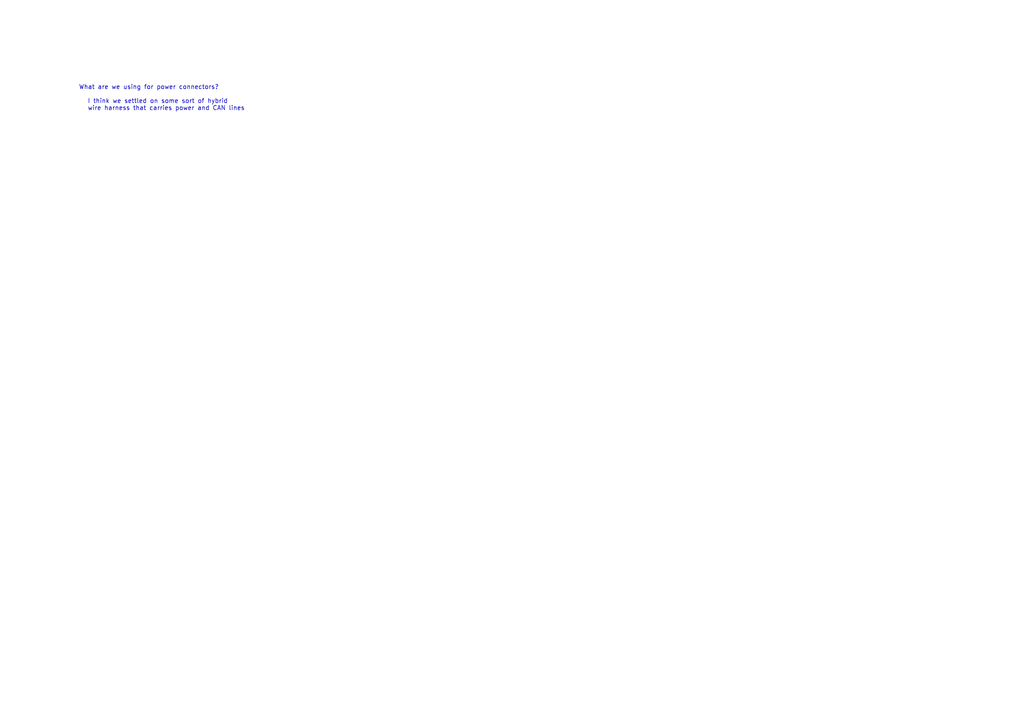
<source format=kicad_sch>
(kicad_sch
	(version 20231120)
	(generator "eeschema")
	(generator_version "8.0")
	(uuid "b8d8193d-998c-4134-851e-44af045ad049")
	(paper "A4")
	(title_block
		(rev "V1")
		(company "EcoCar")
	)
	(lib_symbols)
	(text "I think we settled on some sort of hybrid \nwire harness that carries power and CAN lines"
		(exclude_from_sim no)
		(at 25.4 30.48 0)
		(effects
			(font
				(size 1.27 1.27)
			)
			(justify left)
		)
		(uuid "17f46e86-f30a-4063-bd58-fa37ee4a7c79")
	)
	(text "What are we using for power connectors?"
		(exclude_from_sim no)
		(at 43.18 25.4 0)
		(effects
			(font
				(size 1.27 1.27)
			)
		)
		(uuid "8ebf8ec9-19c2-46cf-b719-b24bff6f8bf3")
	)
)

</source>
